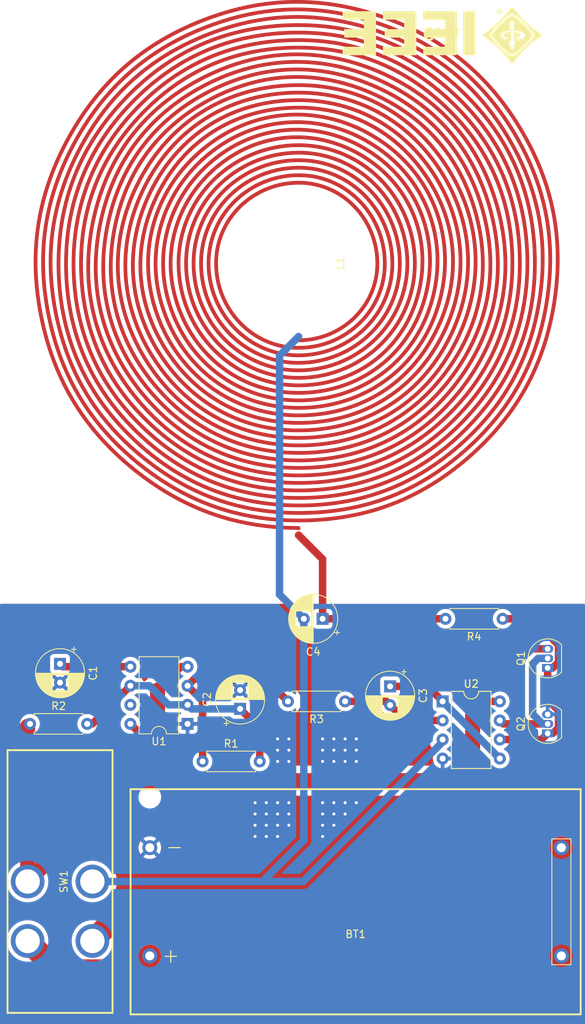
<source format=kicad_pcb>
(kicad_pcb (version 20200104) (host pcbnew "(5.99.0-879-ga0698723b)")
  (layers (0 "F.Cu" signal) (31 "B.Cu" signal) (34 "B.Paste" user) (35 "F.Paste" user) (36 "B.SilkS" user) (37 "F.SilkS" user) (38 "B.Mask" user) (39 "F.Mask" user) (44 "Edge.Cuts" user))
  (net 0 "")
  (net 1 "Net-(BT1-Pad2)")
  (net 2 "Net-(BT1-Pad1)")
  (net 3 "+1V5")
  (net 4 "+3V0")
  (net 5 "GND")
  (net 6 "Net-(C1-Pad1)")
  (net 7 "Net-(C2-Pad1)")
  (net 8 "Net-(C3-Pad2)")
  (net 9 "Net-(C3-Pad1)")
  (net 10 "Net-(C4-Pad1)")
  (net 11 "Net-(Q1-Pad1)")
  (net 12 "Net-(Q1-Pad2)")
  (net 13 "Net-(R1-Pad1)")
  (net 14 "Net-(U1-Pad7)")
  (module "WirelessPower:IEEE_small" (layer "F.Cu") (at 193.45 25.47 180)
    (fp_text reference "G***" (at 0 0) (layer "F.SilkS") (effects (font (size 1.524 1.524) (thickness 0.3))))
    (fp_text value "LOGO" hide)
  )
  (module "WirelessPower:CoilSpiral_25_Bezier" (layer "F.Cu") (at 174.4 55.95 90)
    (fp_text reference "L1" (at 0 5.575 90) (layer "F.SilkS"))
    (fp_text value "L")
    (pad "0" connect custom (at -22.25 0 90) (size 0.5 0.5) (layers "F.Cu" "F.Mask") (options (clearance convexhull) (anchor circle)) (primitives (gr_curve (pts (xy 12 0) (xy 12 5.657129) (xy 16.454892 10.5) (xy 22.25 10.5)) (width 0.5)) (gr_curve (pts (xy 22.25 10.5) (xy 28.045107 10.5) (xy 33 5.933086) (xy 33 0)) (width 0.5)) (gr_curve (pts (xy 33 0) (xy 33 -5.933086) (xy 28.321065 -10.999999) (xy 22.25 -11)) (width 0.5)) (gr_curve (pts (xy 22.25 -11) (xy 16.178934 -11) (xy 11 -6.209044) (xy 11 0)) (width 0.5)) (gr_curve (pts (xy 11 0) (xy 11 6.209044) (xy 15.902977 11.5) (xy 22.25 11.5)) (width 0.5)) (gr_curve (pts (xy 22.25 11.5) (xy 28.597022 11.5) (xy 34 6.485001) (xy 34 0)) (width 0.5)) (gr_curve (pts (xy 34 0) (xy 34 -6.485001) (xy 28.87298 -11.999999) (xy 22.25 -12)) (width 0.5)) (gr_curve (pts (xy 22.25 -12) (xy 15.627019 -12) (xy 10 -6.760959) (xy 10 0)) (width 0.5)) (gr_curve (pts (xy 10 0) (xy 10 6.760959) (xy 15.351062 12.5) (xy 22.25 12.5)) (width 0.5)) (gr_curve (pts (xy 22.25 12.5) (xy 29.148937 12.5) (xy 35 7.036916) (xy 35 0)) (width 0.5)) (gr_curve (pts (xy 35 0) (xy 35 -7.036916) (xy 29.424895 -12.999999) (xy 22.25 -13)) (width 0.5)) (gr_curve (pts (xy 22.25 -13) (xy 15.075104 -13) (xy 9 -7.312874) (xy 9 0)) (width 0.5)) (gr_curve (pts (xy 9 0) (xy 9 7.312874) (xy 14.799147 13.5) (xy 22.25 13.5)) (width 0.5)) (gr_curve (pts (xy 22.25 13.5) (xy 29.700852 13.5) (xy 36 7.588831) (xy 36 0)) (width 0.5)) (gr_curve (pts (xy 36 0) (xy 36 -7.588831) (xy 29.97681 -13.999999) (xy 22.25 -14)) (width 0.5)) (gr_curve (pts (xy 22.25 -14) (xy 14.523189 -14) (xy 8 -7.864789) (xy 8 0)) (width 0.5)) (gr_curve (pts (xy 8 0) (xy 8 7.864789) (xy 14.247232 14.5) (xy 22.25 14.5)) (width 0.5)) (gr_curve (pts (xy 22.25 14.5) (xy 30.252767 14.5) (xy 37 8.140746) (xy 37 0)) (width 0.5)) (gr_curve (pts (xy 37 0) (xy 37 -8.140746) (xy 30.528725 -14.999999) (xy 22.25 -15)) (width 0.5)) (gr_curve (pts (xy 22.25 -15) (xy 13.971274 -15) (xy 7 -8.416704) (xy 7 0)) (width 0.5)) (gr_curve (pts (xy 7 0) (xy 7 8.416704) (xy 13.695317 15.5) (xy 22.25 15.5)) (width 0.5)) (gr_curve (pts (xy 22.25 15.5) (xy 30.804682 15.5) (xy 38 8.692661) (xy 38 0)) (width 0.5)) (gr_curve (pts (xy 38 0) (xy 38 -8.692661) (xy 31.08064 -15.999999) (xy 22.25 -16)) (width 0.5)) (gr_curve (pts (xy 22.25 -16) (xy 13.419359 -16) (xy 6 -8.968619) (xy 6 0)) (width 0.5)) (gr_curve (pts (xy 6 0) (xy 6 7.174895) (xy 10.258955 13.400426) (xy 17.16667 15.644879)) (width 0.5)) (gr_curve (pts (xy 17.16667 15.644879) (xy 24.074385 17.889332) (xy 31.399024 15.734119) (xy 35.720132 9.786624)) (width 0.5)) (gr_curve (pts (xy 35.720132 9.786624) (xy 40.041241 3.839129) (xy 40.254949 -3.885245) (xy 35.881936 -9.904181)) (width 0.5)) (gr_curve (pts (xy 35.881936 -9.904181) (xy 31.508923 -15.923117) (xy 24.140928 -18.54183) (xy 16.98126 -16.215513)) (width 0.5)) (gr_curve (pts (xy 16.98126 -16.215513) (xy 9.821591 -13.889196) (xy 5 -7.616427) (xy 5 0)) (width 0.5)) (gr_curve (pts (xy 5 0) (xy 5 7.616427) (xy 9.530016 14.215042) (xy 16.857653 16.595936)) (width 0.5)) (gr_curve (pts (xy 16.857653 16.595936) (xy 24.18529 18.976829) (xy 31.948515 16.679111) (xy 36.529149 10.374409)) (width 0.5)) (gr_curve (pts (xy 36.529149 10.374409) (xy 41.109784 4.069707) (xy 41.323492 -4.115823) (xy 36.690953 -10.491966)) (width 0.5)) (gr_curve (pts (xy 36.690953 -10.491966) (xy 32.058414 -16.86811) (xy 24.251833 -19.629328) (xy 16.672243 -17.16657)) (width 0.5)) (gr_curve (pts (xy 16.672243 -17.16657) (xy 9.092652 -14.703811) (xy 4 -8.057959) (xy 4 0)) (width 0.5)) (gr_curve (pts (xy 4 0) (xy 4 8.057959) (xy 8.801077 15.029658) (xy 16.548636 17.546992)) (width 0.5)) (gr_curve (pts (xy 16.548636 17.546992) (xy 24.296195 20.064327) (xy 32.498006 17.624103) (xy 37.338166 10.962194)) (width 0.5)) (gr_curve (pts (xy 37.338166 10.962194) (xy 42.178327 4.300286) (xy 42.392035 -4.346401) (xy 37.49997 -11.079752)) (width 0.5)) (gr_curve (pts (xy 37.49997 -11.079752) (xy 32.607905 -17.813102) (xy 24.362738 -20.716825) (xy 16.363226 -18.117626)) (width 0.5)) (gr_curve (pts (xy 16.363226 -18.117626) (xy 8.363713 -15.518427) (xy 3 -8.499491) (xy 3 0)) (width 0.5)) (gr_curve (pts (xy 3 0) (xy 3 8.499491) (xy 8.072138 15.844273) (xy 16.239619 18.498049)) (width 0.5)) (gr_curve (pts (xy 16.239619 18.498049) (xy 24.4071 21.151824) (xy 33.047497 18.569095) (xy 38.147183 11.54998)) (width 0.5)) (gr_curve (pts (xy 38.147183 11.54998) (xy 43.24687 4.530864) (xy 43.460578 -4.57698) (xy 38.308987 -11.667537)) (width 0.5)) (gr_curve (pts (xy 38.308987 -11.667537) (xy 33.157396 -18.758094) (xy 24.473643 -21.804323) (xy 16.054209 -19.068683)) (width 0.5)) (gr_curve (pts (xy 16.054209 -19.068683) (xy 7.634775 -16.333043) (xy 2 -8.941023) (xy 2 0)) (width 0.5)) (gr_curve (pts (xy 2 0) (xy 2 7.450852) (xy 5.53593 13.925263) (xy 12.041666 17.681351)) (width 0.5)) (gr_curve (pts (xy 12.041666 17.681351) (xy 18.547402 21.43744) (xy 25.982822 21.612439) (xy 32.541666 17.825689)) (width 0.5)) (gr_curve (pts (xy 32.541666 17.825689) (xy 39.10051 14.038939) (xy 43 7.634824) (xy 43 0)) (width 0.5)) (gr_curve (pts (xy 43 0) (xy 43 -7.634824) (xy 39.373393 -14.26629) (xy 32.708333 -18.114364)) (width 0.5)) (gr_curve (pts (xy 32.708333 -18.114364) (xy 26.043273 -21.962438) (xy 18.426501 -22.137438) (xy 11.708333 -18.258702)) (width 0.5)) (gr_curve (pts (xy 11.708333 -18.258702) (xy 4.990165 -14.379966) (xy 1 -7.818796) (xy 1 0)) (width 0.5)) (gr_curve (pts (xy 1 0) (xy 1 7.818796) (xy 4.717282 14.607317) (xy 11.541666 18.547377)) (width 0.5)) (gr_curve (pts (xy 11.541666 18.547377) (xy 18.36605 22.487437) (xy 26.164174 22.662436) (xy 33.041666 18.691714)) (width 0.5)) (gr_curve (pts (xy 33.041666 18.691714) (xy 39.919158 14.720992) (xy 44 8.002767) (xy 44 0)) (width 0.5)) (gr_curve (pts (xy 44 0) (xy 44 -8.002767) (xy 40.192041 -14.948344) (xy 33.208333 -18.98039)) (width 0.5)) (gr_curve (pts (xy 33.208333 -18.98039) (xy 26.224625 -23.012435) (xy 18.245149 -23.187435) (xy 11.208333 -19.124727)) (width 0.5)) (gr_curve (pts (xy 11.208333 -19.124727) (xy 4.171516 -15.062019) (xy 0 -8.186739) (xy 0 0)) (width 0.5)) (gr_curve (pts (xy 0 0) (xy 0 8.186739) (xy 3.898634 15.289371) (xy 11.041666 19.413402)) (width 0.5)) (gr_curve (pts (xy 11.041666 19.413402) (xy 18.184699 23.537434) (xy 26.345526 23.712434) (xy 33.541666 19.55774)) (width 0.5)) (gr_curve (pts (xy 33.541666 19.55774) (xy 40.737807 15.403046) (xy 45 8.370711) (xy 45 0)) (width 0.5)) (gr_curve (pts (xy 45 0) (xy 45 -8.370711) (xy 41.010689 -15.630397) (xy 33.708333 -19.846415)) (width 0.5)) (gr_curve (pts (xy 33.708333 -19.846415) (xy 26.405976 -24.062433) (xy 18.063797 -24.237432) (xy 10.708333 -19.990753)) (width 0.5)) (gr_curve (pts (xy 10.708333 -19.990753) (xy 3.352868 -15.744073) (xy -0.999999 -8.554682) (xy -1 0)) (width 0.5)) (gr_curve (pts (xy -1 0) (xy -1 8.554682) (xy 3.079985 15.971424) (xy 10.541666 20.279428)) (width 0.5)) (gr_curve (pts (xy 10.541666 20.279428) (xy 18.003347 24.587431) (xy 26.526877 24.762431) (xy 34.041666 20.423765)) (width 0.5)) (gr_curve (pts (xy 34.041666 20.423765) (xy 41.556455 16.0851) (xy 46 8.738654) (xy 46 0)) (width 0.5)) (gr_curve (pts (xy 46 0) (xy 46 -8.738654) (xy 41.829338 -16.312451) (xy 34.208333 -20.71244)) (width 0.5)) (gr_curve (pts (xy 34.208333 -20.71244) (xy 26.587328 -25.11243) (xy 17.882446 -25.287429) (xy 10.208333 -20.856778)) (width 0.5)) (gr_curve (pts (xy 10.208333 -20.856778) (xy 2.53422 -16.426127) (xy -1.999999 -8.922626) (xy -2 0)) (width 0.5)) (gr_curve (pts (xy -2 0) (xy -2 7.647965) (xy 1.026657 14.274584) (xy 7.041302 19.071103)) (width 0.5)) (gr_curve (pts (xy 7.041302 19.071103) (xy 13.055947 23.867622) (xy 20.165645 25.642436) (xy 27.70971 23.920552)) (width 0.5)) (gr_curve (pts (xy 27.70971 23.920552) (xy 35.253774 22.198669) (xy 41.107651 17.719987) (xy 44.484624 10.70763)) (width 0.5)) (gr_curve (pts (xy 44.484624 10.70763) (xy 47.861597 3.695274) (xy 48.009855 -3.716665) (xy 44.613334 -10.769614)) (width 0.5)) (gr_curve (pts (xy 44.613334 -10.769614) (xy 41.216813 -17.822562) (xy 35.480914 -22.586418) (xy 27.805076 -24.338378)) (width 0.5)) (gr_curve (pts (xy 27.805076 -24.338378) (xy 20.129237 -26.090338) (xy 12.786721 -24.566528) (xy 6.595952 -19.629554)) (width 0.5)) (gr_curve (pts (xy 6.595952 -19.629554) (xy 0.405183 -14.69258) (xy -2.999999 -7.963345) (xy -3 0)) (width 0.5)) (gr_curve (pts (xy -3 0) (xy -3 7.963345) (xy 0.156593 14.859779) (xy 6.417812 19.852935)) (width 0.5)) (gr_curve (pts (xy 6.417812 19.852935) (xy 12.679031 24.84609) (xy 20.080693 26.687542) (xy 27.93223 24.89548)) (width 0.5)) (gr_curve (pts (xy 27.93223 24.89548) (xy 35.783768 23.103418) (xy 41.871782 18.438018) (xy 45.385593 11.141514)) (width 0.5)) (gr_curve (pts (xy 45.385593 11.141514) (xy 48.899404 3.84501) (xy 49.047662 -3.866401) (xy 45.514303 -11.203497)) (width 0.5)) (gr_curve (pts (xy 45.514303 -11.203497) (xy 41.980943 -18.540594) (xy 36.010908 -23.491168) (xy 28.027597 -25.313306)) (width 0.5)) (gr_curve (pts (xy 28.027597 -25.313306) (xy 20.044286 -27.135445) (xy 12.409805 -25.544996) (xy 5.972462 -20.411386)) (width 0.5)) (gr_curve (pts (xy 5.972462 -20.411386) (xy -0.46488 -15.277776) (xy -3.999999 -8.278725) (xy -4 0)) (width 0.5)) (gr_curve (pts (xy -4 0) (xy -4 8.278725) (xy -0.71347 15.444974) (xy 5.794322 20.634766)) (width 0.5)) (gr_curve (pts (xy 5.794322 20.634766) (xy 12.302115 25.824558) (xy 19.995742 27.732649) (xy 28.154751 25.870408)) (width 0.5)) (gr_curve (pts (xy 28.154751 25.870408) (xy 36.313761 24.008167) (xy 42.635913 19.156049) (xy 46.286562 11.575398)) (width 0.5)) (gr_curve (pts (xy 46.286562 11.575398) (xy 49.937211 3.994746) (xy 50.085469 -4.016137) (xy 46.415272 -11.637381)) (width 0.5)) (gr_curve (pts (xy 46.415272 -11.637381) (xy 42.745074 -19.258625) (xy 36.540901 -24.395917) (xy 28.250118 -26.288234)) (width 0.5)) (gr_curve (pts (xy 28.250118 -26.288234) (xy 19.959334 -28.180552) (xy 12.03289 -26.523463) (xy 5.348972 -21.193217)) (width 0.5)) (gr_curve (pts (xy 5.348972 -21.193217) (xy -1.334944 -15.862971) (xy -4.999999 -8.594105) (xy -5 0)) (width 0.5)) (gr_curve (pts (xy -5 0) (xy -5 8.594105) (xy -1.583534 16.03017) (xy 5.170832 21.416598)) (width 0.5)) (gr_curve (pts (xy 5.170832 21.416598) (xy 11.925199 26.803026) (xy 19.91079 28.777755) (xy 28.377272 26.845336)) (width 0.5)) (gr_curve (pts (xy 28.377272 26.845336) (xy 36.843755 24.912917) (xy 43.400043 19.87408) (xy 47.187531 12.009282)) (width 0.5)) (gr_curve (pts (xy 47.187531 12.009282) (xy 50.975018 4.144483) (xy 51.123276 -4.165874) (xy 47.316241 -12.071265)) (width 0.5)) (gr_curve (pts (xy 47.316241 -12.071265) (xy 43.509205 -19.976656) (xy 37.070895 -25.300666) (xy 28.472638 -27.263162)) (width 0.5)) (gr_curve (pts (xy 28.472638 -27.263162) (xy 19.874382 -29.225658) (xy 11.655974 -27.501931) (xy 4.725483 -21.975049)) (width 0.5)) (gr_curve (pts (xy 4.725483 -21.975049) (xy -2.205008 -16.448166) (xy -5.999999 -8.909485) (xy -6 0)) (width 0.5)) (gr_curve (pts (xy -6 0) (xy -6 7.795799) (xy -3.351009 14.5273) (xy 2.185845 20.064154)) (width 0.5)) (gr_curve (pts (xy 2.185845 20.064154) (xy 7.722699 25.601009) (xy 14.38521 28.5) (xy 22.25 28.5)) (width 0.5)) (gr_curve (pts (xy 22.25 28.5) (xy 30.114789 28.5) (xy 36.905294 25.826568) (xy 42.490931 20.240931)) (width 0.5)) (gr_curve (pts (xy 42.490931 20.240931) (xy 48.076568 14.655294) (xy 51 7.933778) (xy 51 0)) (width 0.5)) (gr_curve (pts (xy 51 0) (xy 51 -7.933778) (xy 48.302128 -14.783288) (xy 42.667708 -20.417708)) (width 0.5)) (gr_curve (pts (xy 42.667708 -20.417708) (xy 37.033288 -26.052128) (xy 30.252767 -29) (xy 22.25 -29)) (width 0.5)) (gr_curve (pts (xy 22.25 -29) (xy 14.247232 -29) (xy 7.338717 -26.277687) (xy 1.655514 -20.594485)) (width 0.5)) (gr_curve (pts (xy 1.655514 -20.594485) (xy -4.027687 -14.911282) (xy -6.999999 -8.071757) (xy -7 0)) (width 0.5)) (gr_curve (pts (xy -7 0) (xy -7 8.071757) (xy -4.253247 15.039275) (xy 1.478738 20.771261)) (width 0.5)) (gr_curve (pts (xy 1.478738 20.771261) (xy 7.210724 26.503247) (xy 14.109253 29.5) (xy 22.25 29.5)) (width 0.5)) (gr_curve (pts (xy 22.25 29.5) (xy 30.390746 29.5) (xy 37.417269 26.728806) (xy 43.198038 20.948038)) (width 0.5)) (gr_curve (pts (xy 43.198038 20.948038) (xy 48.978806 15.167269) (xy 52 8.209735) (xy 52 0)) (width 0.5)) (gr_curve (pts (xy 52 0) (xy 52 -8.209735) (xy 49.204366 -15.295263) (xy 43.374815 -21.124815)) (width 0.5)) (gr_curve (pts (xy 43.374815 -21.124815) (xy 37.545263 -26.954366) (xy 30.528725 -30) (xy 22.25 -30)) (width 0.5)) (gr_curve (pts (xy 22.25 -30) (xy 13.971274 -30) (xy 6.826742 -27.179926) (xy 0.948408 -21.301591)) (width 0.5)) (gr_curve (pts (xy 0.948408 -21.301591) (xy -4.929926 -15.423257) (xy -7.999999 -8.347714) (xy -8 0)) (width 0.5)) (gr_curve (pts (xy -8 0) (xy -8 8.347714) (xy -5.155485 15.551251) (xy 0.771631 21.478368)) (width 0.5)) (gr_curve (pts (xy 0.771631 21.478368) (xy 6.698748 27.405485) (xy 13.833295 30.5) (xy 22.249999 30.5)) (width 0.5)) (gr_curve (pts (xy 22.249999 30.5) (xy 30.666704 30.5) (xy 37.929245 27.631045) (xy 43.905145 21.655145)) (width 0.5)) (gr_curve (pts (xy 43.905145 21.655145) (xy 49.881045 15.679245) (xy 53 8.485693) (xy 53 0)) (width 0.5)) (gr_curve (pts (xy 53 0) (xy 53 -8.485693) (xy 50.106604 -15.807239) (xy 44.081921 -21.831921)) (width 0.5)) (gr_curve (pts (xy 44.081921 -21.831921) (xy 38.057239 -27.856604) (xy 30.804682 -31) (xy 22.25 -31)) (width 0.5)) (gr_curve (pts (xy 22.25 -31) (xy 13.695317 -31) (xy 6.314767 -28.082164) (xy 0.241301 -22.008698)) (width 0.5)) (gr_curve (pts (xy 0.241301 -22.008698) (xy -5.832164 -15.935232) (xy -8.999999 -8.623672) (xy -9 0)) (width 0.5)) (gr_curve (pts (xy -9 0) (xy -9 8.623672) (xy -6.057723 16.063226) (xy 0.064524 22.185475)) (width 0.5)) (gr_curve (pts (xy 0.064524 22.185475) (xy 6.186773 28.307723) (xy 13.557338 31.5) (xy 22.249999 31.5)) (width 0.5)) (gr_curve (pts (xy 22.249999 31.5) (xy 30.942661 31.5) (xy 38.44122 28.533283) (xy 44.612251 22.362251)) (width 0.5)) (gr_curve (pts (xy 44.612251 22.362251) (xy 50.783283 16.19122) (xy 54 8.761651) (xy 54 0)) (width 0.5)) (gr_curve (pts (xy 54 0) (xy 54 -8.761651) (xy 51.008842 -16.319214) (xy 44.789028 -22.539028)) (width 0.5)) (gr_curve (pts (xy 44.789028 -22.539028) (xy 38.569214 -28.758842) (xy 31.08064 -32) (xy 22.25 -32)) (width 0.5)) (gr_curve (pts (xy 22.25 -32) (xy 13.419359 -32) (xy 5.802791 -28.984402) (xy -0.465805 -22.715805)) (width 0.5)) (gr_curve (pts (xy -0.465805 -22.715805) (xy -6.734402 -16.447208) (xy -9.999999 -8.899629) (xy -10 0)) (width 0.5)) (gr_curve (pts (xy -10 0) (xy -10 7.910782) (xy -7.642521 14.720432) (xy -2.540049 20.801321)) (width 0.5)) (gr_curve (pts (xy -2.540049 20.801321) (xy 2.562422 26.88221) (xy 8.766976 30.595737) (xy 16.611257 31.978896)) (width 0.5)) (gr_curve (pts (xy 16.611257 31.978896) (xy 24.455539 33.362054) (xy 31.619917 32.214268) (xy 38.541666 28.217994)) (width 0.5)) (gr_curve (pts (xy 38.541666 28.217994) (xy 45.463415 24.22172) (xy 50.229794 18.718307) (xy 52.972728 11.182158)) (width 0.5)) (gr_curve (pts (xy 52.972728 11.182158) (xy 55.715662 3.646009) (xy 55.829394 -3.6584) (xy 53.077138 -11.22016)) (width 0.5)) (gr_curve (pts (xy 53.077138 -11.22016) (xy 50.324882 -18.781921) (xy 45.700892 -24.469513) (xy 38.708333 -28.506669)) (width 0.5)) (gr_curve (pts (xy 38.708333 -28.506669) (xy 31.715773 -32.543825) (xy 24.493273 -33.932834) (xy 16.514786 -32.526011)) (width 0.5)) (gr_curve (pts (xy 16.514786 -32.526011) (xy 8.5363 -31.119189) (xy 2.089244 -27.528306) (xy -3.135861 -21.301267)) (width 0.5)) (gr_curve (pts (xy -3.135861 -21.301267) (xy -8.360968 -15.074227) (xy -10.999999 -8.156077) (xy -11 0)) (width 0.5)) (gr_curve (pts (xy -11 0) (xy -11 8.156077) (xy -8.566238 15.175312) (xy -3.306093 21.444108)) (width 0.5)) (gr_curve (pts (xy -3.306093 21.444108) (xy 1.954051 27.712905) (xy 8.351759 31.53795) (xy 16.437609 32.963703)) (width 0.5)) (gr_curve (pts (xy 16.437609 32.963703) (xy 24.52346 34.389457) (xy 31.907485 33.202941) (xy 39.041666 29.084019)) (width 0.5)) (gr_curve (pts (xy 39.041666 29.084019) (xy 46.175847 24.965098) (xy 51.08559 19.29083) (xy 53.91242 11.524178)) (width 0.5)) (gr_curve (pts (xy 53.91242 11.524178) (xy 56.73925 3.757527) (xy 56.852982 -3.769918) (xy 54.016831 -11.56218)) (width 0.5)) (gr_curve (pts (xy 54.016831 -11.56218) (xy 51.180679 -19.354443) (xy 46.413325 -25.21289) (xy 39.208333 -29.372694)) (width 0.5)) (gr_curve (pts (xy 39.208333 -29.372694) (xy 32.003341 -33.532498) (xy 24.561193 -34.960236) (xy 16.341138 -33.510819)) (width 0.5)) (gr_curve (pts (xy 16.341138 -33.510819) (xy 8.121082 -32.061401) (xy 1.480873 -28.359001) (xy -3.901906 -21.944054)) (width 0.5)) (gr_curve (pts (xy -3.901906 -21.944054) (xy -9.284685 -15.529108) (xy -11.999999 -8.401373) (xy -12 0)) (width 0.5)) (gr_curve (pts (xy -12 0) (xy -12 8.401373) (xy -9.489956 15.630192) (xy -4.072138 22.086896)) (width 0.5)) (gr_curve (pts (xy -4.072138 22.086896) (xy 1.345679 28.5436) (xy 7.936542 32.480162) (xy 16.263961 33.948511)) (width 0.5)) (gr_curve (pts (xy 16.263961 33.948511) (xy 24.59138 35.41686) (xy 32.195053 34.191614) (xy 39.541666 29.950045)) (width 0.5)) (gr_curve (pts (xy 39.541666 29.950045) (xy 46.888279 25.708476) (xy 51.941387 19.863352) (xy 54.852113 11.866198)) (width 0.5)) (gr_curve (pts (xy 54.852113 11.866198) (xy 57.762839 3.869044) (xy 57.876571 -3.881435) (xy 54.956523 -11.904201)) (width 0.5)) (gr_curve (pts (xy 54.956523 -11.904201) (xy 52.036475 -19.926966) (xy 47.125757 -25.956268) (xy 39.708333 -30.23872)) (width 0.5)) (gr_curve (pts (xy 39.708333 -30.23872) (xy 32.290909 -34.521172) (xy 24.629114 -35.987639) (xy 16.16749 -34.495627)) (width 0.5)) (gr_curve (pts (xy 16.16749 -34.495627) (xy 7.705865 -33.003614) (xy 0.872501 -29.189696) (xy -4.66795 -22.586842)) (width 0.5)) (gr_curve (pts (xy -4.66795 -22.586842) (xy -10.208402 -15.983988) (xy -12.999999 -8.646668) (xy -13 0)) (width 0.5))))
    (pad "2" smd circle (at -10.2 0 90) (size 0.5 0.5) (layers "F.Cu" "F.Paste" "F.Mask") (net 3 "+1V5"))
    (pad "1" smd circle (at -35.3 0 90) (size 0.5 0.5) (layers "F.Cu" "F.Paste" "F.Mask") (net 10 "Net-(C4-Pad1)"))
  )
  (module "Package_DIP:DIP-8_W7.62mm" (layer "F.Cu") (at 193.6 114.3)
    (fp_text reference "U2" (at 3.81 -2.33) (layer "F.SilkS"))
    (fp_text value "MCP6282")
    (pad "8" thru_hole oval (at 7.62 0) (size 1.6 1.6) (drill 0.8) (layers *.Cu *.Mask) (net 4 "+3V0"))
    (pad "4" thru_hole oval (at 0 7.62) (size 1.6 1.6) (drill 0.8) (layers *.Cu *.Mask) (net 5 "GND"))
    (pad "7" thru_hole oval (at 7.62 2.54) (size 1.6 1.6) (drill 0.8) (layers *.Cu *.Mask) (net 12 "Net-(Q1-Pad2)"))
    (pad "3" thru_hole oval (at 0 5.08) (size 1.6 1.6) (drill 0.8) (layers *.Cu *.Mask) (net 3 "+1V5"))
    (pad "6" thru_hole oval (at 7.62 5.08) (size 1.6 1.6) (drill 0.8) (layers *.Cu *.Mask) (net 11 "Net-(Q1-Pad1)"))
    (pad "2" thru_hole oval (at 0 2.54) (size 1.6 1.6) (drill 0.8) (layers *.Cu *.Mask) (net 8 "Net-(C3-Pad2)"))
    (pad "5" thru_hole oval (at 7.62 7.62) (size 1.6 1.6) (drill 0.8) (layers *.Cu *.Mask) (net 9 "Net-(C3-Pad1)"))
    (pad "1" thru_hole rect (at 0 0) (size 1.6 1.6) (drill 0.8) (layers *.Cu *.Mask) (net 9 "Net-(C3-Pad1)"))
  )
  (module "WirelessPower:GF-325" (layer "F.Cu") (at 142.6 138.3 90)
    (fp_text reference "SW1" (at 0 0.5 90) (layer "F.SilkS"))
    (fp_text value "SW_DPST")
    (pad "4" thru_hole circle (at 0 -4.315 90) (size 4.5 4.5) (drill 3.25) (layers *.Cu *.Mask) (net 4 "+3V0"))
    (pad "3" thru_hole circle (at -7.92 -4.315 90) (size 4.5 4.5) (drill 3.25) (layers *.Cu *.Mask) (net 2 "Net-(BT1-Pad1)"))
    (pad "2" thru_hole circle (at 0 4.315 90) (size 4.5 4.5) (drill 3.25) (layers *.Cu *.Mask) (net 3 "+1V5"))
    (pad "1" thru_hole circle (at -7.92 4.315 90) (size 4.5 4.5) (drill 3.25) (layers *.Cu *.Mask) (net 1 "Net-(BT1-Pad2)"))
  )
  (module "Package_DIP:DIP-8_W7.62mm" (layer "F.Cu") (at 159.6 117.3 180)
    (fp_text reference "U1" (at 3.81 -2.33) (layer "F.SilkS"))
    (fp_text value "LMC555xN")
    (pad "8" thru_hole oval (at 7.62 0 180) (size 1.6 1.6) (drill 0.8) (layers *.Cu *.Mask) (net 4 "+3V0"))
    (pad "4" thru_hole oval (at 0 7.62 180) (size 1.6 1.6) (drill 0.8) (layers *.Cu *.Mask) (net 4 "+3V0"))
    (pad "7" thru_hole oval (at 7.62 2.54 180) (size 1.6 1.6) (drill 0.8) (layers *.Cu *.Mask) (net 14 "Net-(U1-Pad7)"))
    (pad "3" thru_hole oval (at 0 5.08 180) (size 1.6 1.6) (drill 0.8) (layers *.Cu *.Mask) (net 13 "Net-(R1-Pad1)"))
    (pad "6" thru_hole oval (at 7.62 5.08 180) (size 1.6 1.6) (drill 0.8) (layers *.Cu *.Mask) (net 7 "Net-(C2-Pad1)"))
    (pad "2" thru_hole oval (at 0 2.54 180) (size 1.6 1.6) (drill 0.8) (layers *.Cu *.Mask) (net 7 "Net-(C2-Pad1)"))
    (pad "5" thru_hole oval (at 7.62 7.62 180) (size 1.6 1.6) (drill 0.8) (layers *.Cu *.Mask) (net 6 "Net-(C1-Pad1)"))
    (pad "1" thru_hole rect (at 0 0 180) (size 1.6 1.6) (drill 0.8) (layers *.Cu *.Mask) (net 5 "GND"))
  )
  (module "Resistor_THT:R_Axial_DIN0207_L6.3mm_D2.5mm_P7.62mm_Horizontal" (layer "F.Cu") (at 201.6 103.3 180)
    (fp_text reference "R4" (at 3.81 -2.37) (layer "F.SilkS"))
    (fp_text value "5.1")
    (pad "2" thru_hole oval (at 7.62 0 180) (size 1.6 1.6) (drill 0.8) (layers *.Cu *.Mask) (net 10 "Net-(C4-Pad1)"))
    (pad "1" thru_hole circle (at 0 0 180) (size 1.6 1.6) (drill 0.8) (layers *.Cu *.Mask) (net 11 "Net-(Q1-Pad1)"))
  )
  (module "Resistor_THT:R_Axial_DIN0207_L6.3mm_D2.5mm_P7.62mm_Horizontal" (layer "F.Cu") (at 138.6 117.3)
    (fp_text reference "R2" (at 3.81 -2.37) (layer "F.SilkS"))
    (fp_text value "1M")
    (pad "2" thru_hole oval (at 7.62 0) (size 1.6 1.6) (drill 0.8) (layers *.Cu *.Mask) (net 7 "Net-(C2-Pad1)"))
    (pad "1" thru_hole circle (at 0 0) (size 1.6 1.6) (drill 0.8) (layers *.Cu *.Mask) (net 4 "+3V0"))
  )
  (module "Resistor_THT:R_Axial_DIN0207_L6.3mm_D2.5mm_P7.62mm_Horizontal" (layer "F.Cu") (at 180.6 114.3 180)
    (fp_text reference "R3" (at 3.81 -2.37) (layer "F.SilkS"))
    (fp_text value "2.2k")
    (pad "2" thru_hole oval (at 7.62 0 180) (size 1.6 1.6) (drill 0.8) (layers *.Cu *.Mask) (net 13 "Net-(R1-Pad1)"))
    (pad "1" thru_hole circle (at 0 0 180) (size 1.6 1.6) (drill 0.8) (layers *.Cu *.Mask) (net 8 "Net-(C3-Pad2)"))
  )
  (module "Resistor_THT:R_Axial_DIN0207_L6.3mm_D2.5mm_P7.62mm_Horizontal" (layer "F.Cu") (at 161.6 122.3)
    (fp_text reference "R1" (at 3.81 -2.37) (layer "F.SilkS"))
    (fp_text value "33k")
    (pad "2" thru_hole oval (at 7.62 0) (size 1.6 1.6) (drill 0.8) (layers *.Cu *.Mask) (net 7 "Net-(C2-Pad1)"))
    (pad "1" thru_hole circle (at 0 0) (size 1.6 1.6) (drill 0.8) (layers *.Cu *.Mask) (net 13 "Net-(R1-Pad1)"))
  )
  (module "Package_TO_SOT_THT:TO-92_Inline" (layer "F.Cu") (at 207.6 118.57 90)
    (fp_text reference "Q2" (at 1.27 -3.56 90) (layer "F.SilkS"))
    (fp_text value "2N3906")
    (pad "1" thru_hole rect (at 0 0 90) (size 1.05 1.5) (drill 0.75) (layers *.Cu *.Mask) (net 11 "Net-(Q1-Pad1)"))
    (pad "3" thru_hole oval (at 2.54 0 90) (size 1.05 1.5) (drill 0.75) (layers *.Cu *.Mask) (net 5 "GND"))
    (pad "2" thru_hole oval (at 1.27 0 90) (size 1.05 1.5) (drill 0.75) (layers *.Cu *.Mask) (net 12 "Net-(Q1-Pad2)"))
  )
  (module "Package_TO_SOT_THT:TO-92_Inline" (layer "F.Cu") (at 207.6 109.84 90)
    (fp_text reference "Q1" (at 1.27 -3.56 90) (layer "F.SilkS"))
    (fp_text value "2N3904")
    (pad "1" thru_hole rect (at 0 0 90) (size 1.05 1.5) (drill 0.75) (layers *.Cu *.Mask) (net 11 "Net-(Q1-Pad1)"))
    (pad "3" thru_hole oval (at 2.54 0 90) (size 1.05 1.5) (drill 0.75) (layers *.Cu *.Mask) (net 4 "+3V0"))
    (pad "2" thru_hole oval (at 1.27 0 90) (size 1.05 1.5) (drill 0.75) (layers *.Cu *.Mask) (net 12 "Net-(Q1-Pad2)"))
  )
  (module "Capacitor_THT:CP_Radial_D6.3mm_P2.50mm" (layer "F.Cu") (at 177.6 103.3 180)
    (fp_text reference "C4" (at 1.25 -4.4) (layer "F.SilkS"))
    (fp_text value "C")
    (pad "2" thru_hole circle (at 2.5 0 180) (size 1.6 1.6) (drill 0.8) (layers *.Cu *.Mask) (net 3 "+1V5"))
    (pad "1" thru_hole rect (at 0 0 180) (size 1.6 1.6) (drill 0.8) (layers *.Cu *.Mask) (net 10 "Net-(C4-Pad1)"))
  )
  (module "Capacitor_THT:CP_Radial_D6.3mm_P2.50mm" (layer "F.Cu") (at 186.6 112.3 -90)
    (fp_text reference "C3" (at 1.25 -4.4 90) (layer "F.SilkS"))
    (fp_text value "470pF")
    (pad "2" thru_hole circle (at 2.5 0 270) (size 1.6 1.6) (drill 0.8) (layers *.Cu *.Mask) (net 8 "Net-(C3-Pad2)"))
    (pad "1" thru_hole rect (at 0 0 270) (size 1.6 1.6) (drill 0.8) (layers *.Cu *.Mask) (net 9 "Net-(C3-Pad1)"))
  )
  (module "Capacitor_THT:CP_Radial_D6.3mm_P2.50mm" (layer "F.Cu") (at 166.6 115.3 90)
    (fp_text reference "C2" (at 1.25 -4.4 90) (layer "F.SilkS"))
    (fp_text value "10nF")
    (pad "2" thru_hole circle (at 2.5 0 90) (size 1.6 1.6) (drill 0.8) (layers *.Cu *.Mask) (net 5 "GND"))
    (pad "1" thru_hole rect (at 0 0 90) (size 1.6 1.6) (drill 0.8) (layers *.Cu *.Mask) (net 7 "Net-(C2-Pad1)"))
  )
  (module "Capacitor_THT:CP_Radial_D6.3mm_P2.50mm" (layer "F.Cu") (at 142.6 109.3 -90)
    (fp_text reference "C1" (at 1.25 -4.4 90) (layer "F.SilkS"))
    (fp_text value "10nF")
    (pad "2" thru_hole circle (at 2.5 0 270) (size 1.6 1.6) (drill 0.8) (layers *.Cu *.Mask) (net 5 "GND"))
    (pad "1" thru_hole rect (at 0 0 270) (size 1.6 1.6) (drill 0.8) (layers *.Cu *.Mask) (net 6 "Net-(C1-Pad1)"))
  )
  (module "WirelessPower:Keystone_Dual_AA_Holder" (layer "F.Cu") (at 182 141)
    (fp_text reference "BT1" (at 0 4.318) (layer "F.SilkS"))
    (fp_text value "2x_Battery_Cell")
    (fp_text user "-" (at -24.13 -7.366) (layer "F.SilkS") (effects (font (size 2 2))))
    (fp_text user "+" (at -24.638 7.112) (layer "F.SilkS") (effects (font (size 2 2))))
    (pad "" np_thru_hole circle (at -27.43 -13.94) (size 2 2) (drill 2) (layers *.Cu *.Mask))
    (pad "4" thru_hole circle (at 27.43 -7.21) (size 2 2) (drill 1.2) (layers *.Cu *.Mask) (net 1 "Net-(BT1-Pad2)"))
    (pad "3" thru_hole circle (at -27.43 -7.21) (size 2 2) (drill 1.2) (layers *.Cu *.Mask) (net 5 "GND"))
    (pad "2" thru_hole circle (at 27.43 7.21) (size 2 2) (drill 1.2) (layers *.Cu *.Mask) (net 1 "Net-(BT1-Pad2)"))
    (pad "1" thru_hole circle (at -27.43 7.21) (size 2 2) (drill 1.2) (layers *.Cu *.Mask) (net 2 "Net-(BT1-Pad1)"))
  )
  (module "Package_DIP:DIP-8_W7.62mm" (layer "F.Cu") (at 193.6 114.3)
    (fp_text reference "U2" (at 3.81 -2.33) (layer "F.SilkS"))
    (fp_text value "MCP6282")
    (pad "8" thru_hole oval (at 7.62 0) (size 1.6 1.6) (drill 0.8) (layers *.Cu *.Mask) (net 4 "+3V0"))
    (pad "4" thru_hole oval (at 0 7.62) (size 1.6 1.6) (drill 0.8) (layers *.Cu *.Mask) (net 5 "GND"))
    (pad "7" thru_hole oval (at 7.62 2.54) (size 1.6 1.6) (drill 0.8) (layers *.Cu *.Mask) (net 12 "Net-(Q1-Pad2)"))
    (pad "3" thru_hole oval (at 0 5.08) (size 1.6 1.6) (drill 0.8) (layers *.Cu *.Mask) (net 3 "+1V5"))
    (pad "6" thru_hole oval (at 7.62 5.08) (size 1.6 1.6) (drill 0.8) (layers *.Cu *.Mask) (net 11 "Net-(Q1-Pad1)"))
    (pad "2" thru_hole oval (at 0 2.54) (size 1.6 1.6) (drill 0.8) (layers *.Cu *.Mask) (net 8 "Net-(C3-Pad2)"))
    (pad "5" thru_hole oval (at 7.62 7.62) (size 1.6 1.6) (drill 0.8) (layers *.Cu *.Mask) (net 9 "Net-(C3-Pad1)"))
    (pad "1" thru_hole rect (at 0 0) (size 1.6 1.6) (drill 0.8) (layers *.Cu *.Mask) (net 9 "Net-(C3-Pad1)"))
  )
  (segment (start 174.4 92.154899) (end 174.4 91.904895) (width 0.5) (layer "F.Cu") (net 10))
  (segment (start 171.86 100.06) (end 171.86 68.24) (width 1) (layer "B.Cu") (net 3))
  (segment (start 171.86 68.24) (end 174.4 65.7) (width 1) (layer "B.Cu") (net 3))
  (segment (start 175.1 103.3) (end 171.86 100.06) (width 1) (layer "B.Cu") (net 3))
  (segment (start 177.6 103.3) (end 177.6 95.354899) (width 1) (layer "F.Cu") (net 10))
  (segment (start 177.6 95.354899) (end 174.4 92.154899) (width 1) (layer "F.Cu") (net 10))
  (segment (start 209.43 148.21) (end 209.43 133.79) (width 3) (layer "F.Cu") (net 1))
  (segment (start 193.6 119.699998) (end 174.999998 138.3) (width 1) (layer "B.Cu") (net 3))
  (segment (start 193.6 119.38) (end 193.6 119.699998) (width 1) (layer "B.Cu") (net 3))
  (segment (start 175.1 132.8) (end 169.6 138.3) (width 1) (layer "B.Cu") (net 3))
  (segment (start 174.999998 138.3) (end 169.6 138.3) (width 1) (layer "B.Cu") (net 3))
  (segment (start 169.6 138.3) (end 146.915 138.3) (width 1) (layer "B.Cu") (net 3))
  (segment (start 175.1 103.3) (end 175.1 132.8) (width 1) (layer "B.Cu") (net 3))
  (segment (start 138.285 117.615) (end 138.6 117.3) (width 1) (layer "F.Cu") (net 4))
  (segment (start 138.285 118.615) (end 138.285 117.615) (width 2) (layer "F.Cu") (net 4))
  (segment (start 138.285 122.985) (end 138.285 118.615) (width 2) (layer "F.Cu") (net 4))
  (segment (start 138.285 138.3) (end 138.285 133.985) (width 2) (layer "F.Cu") (net 4))
  (segment (start 138.285 133.985) (end 138.285 122.985) (width 2) (layer "F.Cu") (net 4))
  (segment (start 142.98 109.68) (end 142.6 109.3) (width 1) (layer "F.Cu") (net 6))
  (segment (start 151.98 109.68) (end 142.98 109.68) (width 1) (layer "F.Cu") (net 6))
  (segment (start 146.9 117.3) (end 151.98 112.22) (width 1) (layer "F.Cu") (net 7))
  (segment (start 146.22 117.3) (end 146.9 117.3) (width 1) (layer "F.Cu") (net 7))
  (segment (start 169.22 117.92) (end 166.6 115.3) (width 1) (layer "F.Cu") (net 7))
  (segment (start 169.22 122.3) (end 169.22 117.92) (width 1) (layer "F.Cu") (net 7))
  (segment (start 159.6 114.76) (end 157.06 114.76) (width 1) (layer "B.Cu") (net 7))
  (segment (start 154.52 112.22) (end 151.98 112.22) (width 1) (layer "B.Cu") (net 7))
  (segment (start 157.06 114.76) (end 154.52 112.22) (width 1) (layer "B.Cu") (net 7))
  (segment (start 160.14 115.3) (end 159.6 114.76) (width 1) (layer "B.Cu") (net 7))
  (segment (start 166.6 115.3) (end 160.14 115.3) (width 1) (layer "B.Cu") (net 7))
  (segment (start 186.1 114.3) (end 186.6 114.8) (width 1) (layer "F.Cu") (net 8))
  (segment (start 180.6 114.3) (end 186.1 114.3) (width 1) (layer "F.Cu") (net 8))
  (segment (start 188.64 116.84) (end 186.6 114.8) (width 1) (layer "F.Cu") (net 8))
  (segment (start 193.6 116.84) (end 188.64 116.84) (width 1) (layer "F.Cu") (net 8))
  (segment (start 191.6 112.3) (end 193.6 114.3) (width 1) (layer "F.Cu") (net 9))
  (segment (start 186.6 112.3) (end 191.6 112.3) (width 1) (layer "F.Cu") (net 9))
  (segment (start 193.6 114.3) (end 201.22 121.92) (width 1) (layer "B.Cu") (net 9))
  (segment (start 193.98 103.3) (end 177.6 103.3) (width 1) (layer "F.Cu") (net 10))
  (segment (start 206.79 119.38) (end 207.6 118.57) (width 1) (layer "F.Cu") (net 11))
  (segment (start 201.22 119.38) (end 206.79 119.38) (width 1) (layer "F.Cu") (net 11))
  (segment (start 208.287425 118.57) (end 207.6 118.57) (width 1) (layer "F.Cu") (net 11))
  (segment (start 209.05001 117.807415) (end 208.287425 118.57) (width 1) (layer "F.Cu") (net 11))
  (segment (start 209.05001 115.522585) (end 209.05001 117.807415) (width 1) (layer "F.Cu") (net 11))
  (segment (start 207.6 114.072575) (end 209.05001 115.522585) (width 1) (layer "F.Cu") (net 11))
  (segment (start 207.6 109.84) (end 207.6 114.072575) (width 1) (layer "F.Cu") (net 11))
  (segment (start 205.557425 103.3) (end 201.6 103.3) (width 1) (layer "F.Cu") (net 11))
  (segment (start 209.05001 106.792585) (end 205.557425 103.3) (width 1) (layer "F.Cu") (net 11))
  (segment (start 209.05001 109.077415) (end 209.05001 106.792585) (width 1) (layer "F.Cu") (net 11))
  (segment (start 208.287425 109.84) (end 209.05001 109.077415) (width 1) (layer "F.Cu") (net 11))
  (segment (start 207.6 109.84) (end 208.287425 109.84) (width 1) (layer "F.Cu") (net 11))
  (segment (start 201.68 117.3) (end 207.6 117.3) (width 1) (layer "F.Cu") (net 12))
  (segment (start 201.22 116.84) (end 201.68 117.3) (width 1) (layer "F.Cu") (net 12))
  (segment (start 206.334998 108.57) (end 205.6 109.304998) (width 1) (layer "B.Cu") (net 12))
  (segment (start 207.6 108.57) (end 206.334998 108.57) (width 1) (layer "B.Cu") (net 12))
  (segment (start 206.912575 117.3) (end 207.6 117.3) (width 1) (layer "B.Cu") (net 12))
  (segment (start 205.6 115.987425) (end 206.912575 117.3) (width 1) (layer "B.Cu") (net 12))
  (segment (start 205.6 109.304998) (end 205.6 115.987425) (width 1) (layer "B.Cu") (net 12))
  (segment (start 161.6 114.22) (end 161.6 122.3) (width 1) (layer "F.Cu") (net 13))
  (segment (start 159.6 112.22) (end 161.6 114.22) (width 1) (layer "F.Cu") (net 13))
  (segment (start 169.979999 111.299999) (end 172.98 114.3) (width 1) (layer "F.Cu") (net 13))
  (segment (start 160.520001 111.299999) (end 169.979999 111.299999) (width 1) (layer "F.Cu") (net 13))
  (segment (start 159.6 112.22) (end 160.520001 111.299999) (width 1) (layer "F.Cu") (net 13))
  (segment (start 151.725001 124.859999) (end 194.540001 124.859999) (width 2) (layer "F.Cu") (net 4))
  (segment (start 138.285 138.3) (end 151.725001 124.859999) (width 2) (layer "F.Cu") (net 4))
  (segment (start 194.540001 124.859999) (end 197.1 122.3) (width 2) (layer "F.Cu") (net 4))
  (segment (start 197.1 122.3) (end 197.6 121.8) (width 2) (layer "F.Cu") (net 4))
  (segment (start 199.6 114.3) (end 201.22 114.3) (width 1) (layer "F.Cu") (net 4))
  (segment (start 197.6 116.3) (end 199.6 114.3) (width 1) (layer "F.Cu") (net 4))
  (segment (start 197.6 116.3) (end 197.6 114.3) (width 2) (layer "F.Cu") (net 4))
  (segment (start 197.6 121.8) (end 197.6 116.3) (width 2) (layer "F.Cu") (net 4))
  (segment (start 204.6 107.3) (end 207.6 107.3) (width 1) (layer "F.Cu") (net 4))
  (segment (start 197.6 114.3) (end 204.6 107.3) (width 1) (layer "F.Cu") (net 4))
  (segment (start 151.725001 124.859999) (end 155.6 120.985) (width 2) (layer "F.Cu") (net 4))
  (segment (start 155.6 120.985) (end 155.6 112.8) (width 2) (layer "F.Cu") (net 4))
  (segment (start 155.6 120.92) (end 151.98 117.3) (width 1) (layer "F.Cu") (net 4))
  (segment (start 155.6 120.985) (end 155.6 120.92) (width 1) (layer "F.Cu") (net 4))
  (segment (start 158.72 109.68) (end 159.6 109.68) (width 1) (layer "F.Cu") (net 4))
  (segment (start 155.6 112.8) (end 158.72 109.68) (width 1) (layer "F.Cu") (net 4))
  (via (at 177.6 127.8) (size 0.8) (drill 0.4) (layers "F.Cu" "B.Cu") (net 5))
  (via (at 182.1 127.8) (size 0.8) (drill 0.4) (layers "F.Cu" "B.Cu") (net 5))
  (via (at 177.6 132.3) (size 0.8) (drill 0.4) (layers "F.Cu" "B.Cu") (net 5))
  (via (at 173.1 127.8) (size 0.8) (drill 0.4) (layers "F.Cu" "B.Cu") (net 5))
  (via (at 173.1 129.3) (size 0.8) (drill 0.4) (layers "F.Cu" "B.Cu") (net 5))
  (via (at 173.1 130.8) (size 0.8) (drill 0.4) (layers "F.Cu" "B.Cu") (net 5))
  (via (at 171.6 130.8) (size 0.8) (drill 0.4) (layers "F.Cu" "B.Cu") (net 5))
  (via (at 171.6 129.3) (size 0.8) (drill 0.4) (layers "F.Cu" "B.Cu") (net 5))
  (via (at 171.6 127.8) (size 0.8) (drill 0.4) (layers "F.Cu" "B.Cu") (net 5))
  (via (at 171.6 132.3) (size 0.8) (drill 0.4) (layers "F.Cu" "B.Cu") (net 5))
  (via (at 170.1 132.3) (size 0.8) (drill 0.4) (layers "F.Cu" "B.Cu") (net 5))
  (via (at 170.1 130.8) (size 0.8) (drill 0.4) (layers "F.Cu" "B.Cu") (net 5))
  (via (at 170.1 129.3) (size 0.8) (drill 0.4) (layers "F.Cu" "B.Cu") (net 5))
  (via (at 170.1 127.8) (size 0.8) (drill 0.4) (layers "F.Cu" "B.Cu") (net 5))
  (via (at 168.6 127.8) (size 0.8) (drill 0.4) (layers "F.Cu" "B.Cu") (net 5))
  (via (at 168.6 129.3) (size 0.8) (drill 0.4) (layers "F.Cu" "B.Cu") (net 5))
  (via (at 168.6 130.8) (size 0.8) (drill 0.4) (layers "F.Cu" "B.Cu") (net 5))
  (via (at 168.6 132.3) (size 0.8) (drill 0.4) (layers "F.Cu" "B.Cu") (net 5))
  (via (at 177.6 122.3) (size 0.8) (drill 0.4) (layers "F.Cu" "B.Cu") (net 5))
  (via (at 179.1 122.3) (size 0.8) (drill 0.4) (layers "F.Cu" "B.Cu") (net 5))
  (via (at 180.6 122.3) (size 0.8) (drill 0.4) (layers "F.Cu" "B.Cu") (net 5))
  (via (at 182.1 122.3) (size 0.8) (drill 0.4) (layers "F.Cu" "B.Cu") (net 5))
  (via (at 182.1 120.8) (size 0.8) (drill 0.4) (layers "F.Cu" "B.Cu") (net 5))
  (via (at 180.6 120.8) (size 0.8) (drill 0.4) (layers "F.Cu" "B.Cu") (net 5))
  (via (at 179.1 120.8) (size 0.8) (drill 0.4) (layers "F.Cu" "B.Cu") (net 5))
  (via (at 177.6 120.8) (size 0.8) (drill 0.4) (layers "F.Cu" "B.Cu") (net 5))
  (via (at 177.6 119.3) (size 0.8) (drill 0.4) (layers "F.Cu" "B.Cu") (net 5))
  (via (at 179.1 119.3) (size 0.8) (drill 0.4) (layers "F.Cu" "B.Cu") (net 5))
  (via (at 180.6 119.3) (size 0.8) (drill 0.4) (layers "F.Cu" "B.Cu") (net 5))
  (via (at 182.1 119.3) (size 0.8) (drill 0.4) (layers "F.Cu" "B.Cu") (net 5))
  (via (at 179.1 130.8) (size 0.8) (drill 0.4) (layers "F.Cu" "B.Cu") (net 5))
  (via (at 177.6 130.8) (size 0.8) (drill 0.4) (layers "F.Cu" "B.Cu") (net 5))
  (via (at 177.6 129.3) (size 0.8) (drill 0.4) (layers "F.Cu" "B.Cu") (net 5))
  (via (at 180.6 129.3) (size 0.8) (drill 0.4) (layers "F.Cu" "B.Cu") (net 5))
  (via (at 179.1 129.3) (size 0.8) (drill 0.4) (layers "F.Cu" "B.Cu") (net 5))
  (via (at 179.1 127.8) (size 0.8) (drill 0.4) (layers "F.Cu" "B.Cu") (net 5))
  (via (at 180.6 127.8) (size 0.8) (drill 0.4) (layers "F.Cu" "B.Cu") (net 5))
  (via (at 173.1 122.3) (size 0.8) (drill 0.4) (layers "F.Cu" "B.Cu") (net 5))
  (via (at 173.1 120.8) (size 0.8) (drill 0.4) (layers "F.Cu" "B.Cu") (net 5))
  (via (at 173.1 119.3) (size 0.8) (drill 0.4) (layers "F.Cu" "B.Cu") (net 5))
  (via (at 171.6 119.3) (size 0.8) (drill 0.4) (layers "F.Cu" "B.Cu") (net 5))
  (via (at 171.6 120.8) (size 0.8) (drill 0.4) (layers "F.Cu" "B.Cu") (net 5))
  (via (at 171.6 122.3) (size 0.8) (drill 0.4) (layers "F.Cu" "B.Cu") (net 5))
  (segment (start 149.164999 143.970001) (end 146.915 146.22) (width 3) (layer "F.Cu") (net 1))
  (segment (start 163.270001 143.970001) (end 149.164999 143.970001) (width 3) (layer "F.Cu") (net 1))
  (segment (start 167.51 148.21) (end 163.270001 143.970001) (width 3) (layer "F.Cu") (net 1))
  (segment (start 209.43 148.21) (end 167.51 148.21) (width 3) (layer "F.Cu") (net 1))
  (segment (start 142.235001 150.170001) (end 138.285 146.22) (width 3) (layer "F.Cu") (net 2))
  (segment (start 152.609999 150.170001) (end 142.235001 150.170001) (width 3) (layer "F.Cu") (net 2))
  (segment (start 154.57 148.21) (end 152.609999 150.170001) (width 3) (layer "F.Cu") (net 2))
  (zone (net 5) (net_name "GND") (layer "B.Cu") (connect_pads (clearance 0.508)) (min_thickness 0.254) (fill yes (thermal_gap 0.508) (thermal_bridge_width 0.508))
    (polygon (pts (xy 134.6 101.3) (xy 212.6 101.3) (xy 212.6 157.3) (xy 134.6 157.3)))
  )
  (zone (net 5) (net_name "GND") (layer "F.Cu") (connect_pads (clearance 1)) (min_thickness 0.5) (fill yes (thermal_gap 0.5) (thermal_bridge_width 0.5))
    (polygon (pts (xy 212.6 157.3) (xy 134.6 157.3) (xy 134.6 101.3) (xy 212.6 101.3)))
  )
)
</source>
